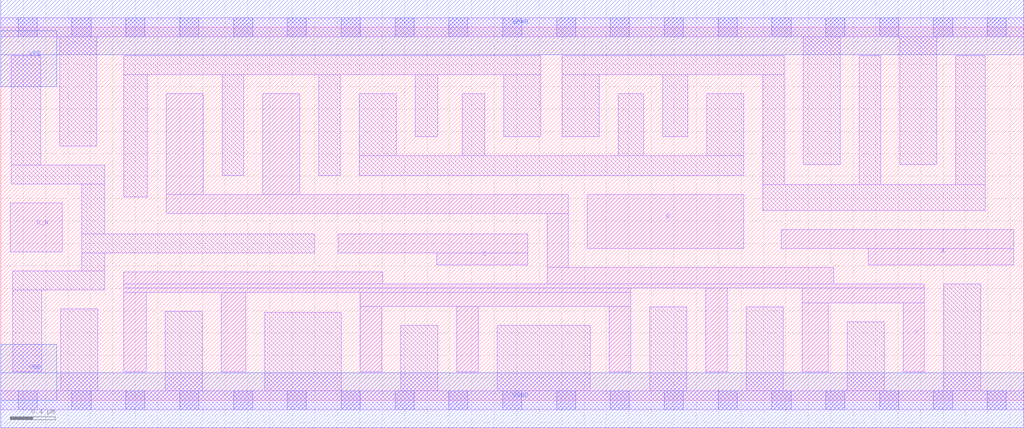
<source format=lef>
# Copyright 2020 The SkyWater PDK Authors
#
# Licensed under the Apache License, Version 2.0 (the "License");
# you may not use this file except in compliance with the License.
# You may obtain a copy of the License at
#
#     https://www.apache.org/licenses/LICENSE-2.0
#
# Unless required by applicable law or agreed to in writing, software
# distributed under the License is distributed on an "AS IS" BASIS,
# WITHOUT WARRANTIES OR CONDITIONS OF ANY KIND, either express or implied.
# See the License for the specific language governing permissions and
# limitations under the License.
#
# SPDX-License-Identifier: Apache-2.0

VERSION 5.5 ;
NAMESCASESENSITIVE ON ;
BUSBITCHARS "[]" ;
DIVIDERCHAR "/" ;
MACRO sky130_fd_sc_lp__nor4b_4
  CLASS CORE ;
  SOURCE USER ;
  ORIGIN  0.000000  0.000000 ;
  SIZE  9.120000 BY  3.330000 ;
  SYMMETRY X Y R90 ;
  SITE unit ;
  PIN A
    ANTENNAGATEAREA  1.260000 ;
    DIRECTION INPUT ;
    USE SIGNAL ;
    PORT
      LAYER li1 ;
        RECT 6.960000 1.355000 9.030000 1.525000 ;
        RECT 7.735000 1.210000 9.030000 1.355000 ;
    END
  END A
  PIN B
    ANTENNAGATEAREA  1.260000 ;
    DIRECTION INPUT ;
    USE SIGNAL ;
    PORT
      LAYER li1 ;
        RECT 5.230000 1.355000 6.625000 1.835000 ;
    END
  END B
  PIN C
    ANTENNAGATEAREA  1.260000 ;
    DIRECTION INPUT ;
    USE SIGNAL ;
    PORT
      LAYER li1 ;
        RECT 3.010000 1.315000 4.700000 1.485000 ;
        RECT 3.885000 1.210000 4.700000 1.315000 ;
    END
  END C
  PIN D_N
    ANTENNAGATEAREA  0.315000 ;
    DIRECTION INPUT ;
    USE SIGNAL ;
    PORT
      LAYER li1 ;
        RECT 0.085000 1.325000 0.550000 1.760000 ;
    END
  END D_N
  PIN Y
    ANTENNADIFFAREA  2.612400 ;
    DIRECTION OUTPUT ;
    USE SIGNAL ;
    PORT
      LAYER li1 ;
        RECT 1.095000 0.255000 1.295000 0.965000 ;
        RECT 1.095000 0.965000 5.615000 1.005000 ;
        RECT 1.095000 1.005000 8.235000 1.040000 ;
        RECT 1.095000 1.040000 3.405000 1.145000 ;
        RECT 1.475000 1.665000 5.060000 1.835000 ;
        RECT 1.475000 1.835000 1.805000 2.735000 ;
        RECT 1.965000 0.255000 2.185000 0.965000 ;
        RECT 2.335000 1.835000 2.665000 2.735000 ;
        RECT 3.205000 0.255000 3.395000 0.840000 ;
        RECT 3.205000 0.840000 5.615000 0.965000 ;
        RECT 4.065000 0.255000 4.255000 0.840000 ;
        RECT 4.870000 1.040000 7.425000 1.185000 ;
        RECT 4.870000 1.185000 5.060000 1.665000 ;
        RECT 5.425000 0.255000 5.615000 0.840000 ;
        RECT 6.285000 0.255000 6.475000 1.005000 ;
        RECT 7.145000 0.255000 7.375000 0.870000 ;
        RECT 7.145000 0.870000 8.235000 1.005000 ;
        RECT 8.045000 0.255000 8.235000 0.870000 ;
    END
  END Y
  PIN VGND
    DIRECTION INOUT ;
    USE GROUND ;
    PORT
      LAYER met1 ;
        RECT 0.000000 -0.245000 9.120000 0.245000 ;
    END
  END VGND
  PIN VNB
    DIRECTION INOUT ;
    USE GROUND ;
    PORT
      LAYER met1 ;
        RECT 0.000000 0.000000 0.500000 0.500000 ;
    END
  END VNB
  PIN VPB
    DIRECTION INOUT ;
    USE POWER ;
    PORT
      LAYER met1 ;
        RECT 0.000000 2.800000 0.500000 3.300000 ;
    END
  END VPB
  PIN VPWR
    DIRECTION INOUT ;
    USE POWER ;
    PORT
      LAYER met1 ;
        RECT 0.000000 3.085000 9.120000 3.575000 ;
    END
  END VPWR
  OBS
    LAYER li1 ;
      RECT 0.000000 -0.085000 9.120000 0.085000 ;
      RECT 0.000000  3.245000 9.120000 3.415000 ;
      RECT 0.095000  1.930000 0.925000 2.100000 ;
      RECT 0.095000  2.100000 0.355000 3.075000 ;
      RECT 0.105000  0.255000 0.365000 0.985000 ;
      RECT 0.105000  0.985000 0.925000 1.155000 ;
      RECT 0.525000  2.270000 0.855000 3.245000 ;
      RECT 0.535000  0.085000 0.865000 0.815000 ;
      RECT 0.720000  1.155000 0.925000 1.315000 ;
      RECT 0.720000  1.315000 2.800000 1.485000 ;
      RECT 0.720000  1.485000 0.925000 1.930000 ;
      RECT 1.095000  1.815000 1.305000 2.905000 ;
      RECT 1.095000  2.905000 4.815000 3.075000 ;
      RECT 1.465000  0.085000 1.795000 0.795000 ;
      RECT 1.975000  2.005000 2.165000 2.905000 ;
      RECT 2.355000  0.085000 3.035000 0.785000 ;
      RECT 2.835000  2.005000 3.025000 2.905000 ;
      RECT 3.195000  2.005000 6.625000 2.185000 ;
      RECT 3.195000  2.185000 3.525000 2.735000 ;
      RECT 3.565000  0.085000 3.895000 0.670000 ;
      RECT 3.695000  2.355000 3.895000 2.905000 ;
      RECT 4.115000  2.185000 4.315000 2.735000 ;
      RECT 4.425000  0.085000 5.255000 0.670000 ;
      RECT 4.485000  2.355000 4.815000 2.905000 ;
      RECT 5.005000  2.355000 5.335000 2.905000 ;
      RECT 5.005000  2.905000 6.985000 3.075000 ;
      RECT 5.505000  2.185000 5.730000 2.735000 ;
      RECT 5.785000  0.085000 6.115000 0.835000 ;
      RECT 5.900000  2.355000 6.125000 2.905000 ;
      RECT 6.295000  2.185000 6.625000 2.735000 ;
      RECT 6.645000  0.085000 6.975000 0.835000 ;
      RECT 6.795000  1.695000 8.775000 1.925000 ;
      RECT 6.795000  1.925000 6.985000 2.905000 ;
      RECT 7.155000  2.105000 7.485000 3.245000 ;
      RECT 7.545000  0.085000 7.875000 0.700000 ;
      RECT 7.655000  1.925000 7.845000 3.075000 ;
      RECT 8.015000  2.105000 8.345000 3.245000 ;
      RECT 8.405000  0.085000 8.735000 1.040000 ;
      RECT 8.515000  1.925000 8.775000 3.075000 ;
    LAYER mcon ;
      RECT 0.155000 -0.085000 0.325000 0.085000 ;
      RECT 0.155000  3.245000 0.325000 3.415000 ;
      RECT 0.635000 -0.085000 0.805000 0.085000 ;
      RECT 0.635000  3.245000 0.805000 3.415000 ;
      RECT 1.115000 -0.085000 1.285000 0.085000 ;
      RECT 1.115000  3.245000 1.285000 3.415000 ;
      RECT 1.595000 -0.085000 1.765000 0.085000 ;
      RECT 1.595000  3.245000 1.765000 3.415000 ;
      RECT 2.075000 -0.085000 2.245000 0.085000 ;
      RECT 2.075000  3.245000 2.245000 3.415000 ;
      RECT 2.555000 -0.085000 2.725000 0.085000 ;
      RECT 2.555000  3.245000 2.725000 3.415000 ;
      RECT 3.035000 -0.085000 3.205000 0.085000 ;
      RECT 3.035000  3.245000 3.205000 3.415000 ;
      RECT 3.515000 -0.085000 3.685000 0.085000 ;
      RECT 3.515000  3.245000 3.685000 3.415000 ;
      RECT 3.995000 -0.085000 4.165000 0.085000 ;
      RECT 3.995000  3.245000 4.165000 3.415000 ;
      RECT 4.475000 -0.085000 4.645000 0.085000 ;
      RECT 4.475000  3.245000 4.645000 3.415000 ;
      RECT 4.955000 -0.085000 5.125000 0.085000 ;
      RECT 4.955000  3.245000 5.125000 3.415000 ;
      RECT 5.435000 -0.085000 5.605000 0.085000 ;
      RECT 5.435000  3.245000 5.605000 3.415000 ;
      RECT 5.915000 -0.085000 6.085000 0.085000 ;
      RECT 5.915000  3.245000 6.085000 3.415000 ;
      RECT 6.395000 -0.085000 6.565000 0.085000 ;
      RECT 6.395000  3.245000 6.565000 3.415000 ;
      RECT 6.875000 -0.085000 7.045000 0.085000 ;
      RECT 6.875000  3.245000 7.045000 3.415000 ;
      RECT 7.355000 -0.085000 7.525000 0.085000 ;
      RECT 7.355000  3.245000 7.525000 3.415000 ;
      RECT 7.835000 -0.085000 8.005000 0.085000 ;
      RECT 7.835000  3.245000 8.005000 3.415000 ;
      RECT 8.315000 -0.085000 8.485000 0.085000 ;
      RECT 8.315000  3.245000 8.485000 3.415000 ;
      RECT 8.795000 -0.085000 8.965000 0.085000 ;
      RECT 8.795000  3.245000 8.965000 3.415000 ;
  END
END sky130_fd_sc_lp__nor4b_4

</source>
